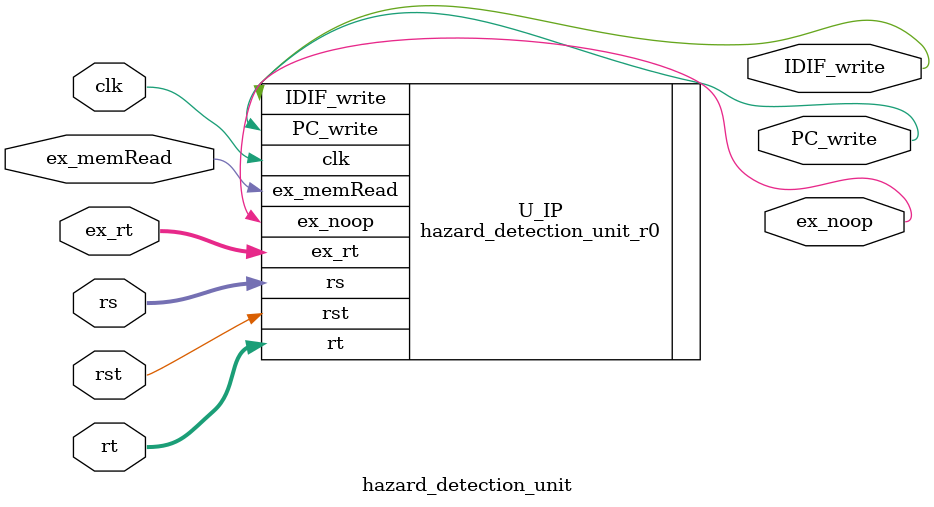
<source format=v>
/*
DESCRIPTION

NOTES

TODO

*/

module hazard_detection_unit #(
	parameter BIT_WIDTH = 32,
	parameter REG_ADDR_WIDTH = 5,
	parameter DELAY = 0,
	parameter ARCH_SEL = 0
)(
  input clk,
	input rst,

	input [REG_ADDR_WIDTH-1:0] rs,
	input [REG_ADDR_WIDTH-1:0] rt,

	input ex_memRead,
	input [REG_ADDR_WIDTH-1:0] ex_rt,

	output PC_write,
  output IDIF_write,
  output ex_noop
);

/**********
 * Internal Signals
**********/

/**********
 * Glue Logic
 **********/
/**********
 * Synchronous Logic
 **********/
/**********
 * Glue Logic
 **********/
/**********
 * Components
 **********/
 	hazard_detection_unit_r0 #(
		.BIT_WIDTH(BIT_WIDTH),
		.REG_ADDR_WIDTH(REG_ADDR_WIDTH),
		.DELAY(DELAY)
	)U_IP(
		.clk(clk),
		.rst(rst),
		.rs(rs),
		.rt(rt),

		.ex_memRead(ex_memRead),
		.ex_rt(ex_rt),

		.PC_write(PC_write),
		.IDIF_write(IDIF_write),
		.ex_noop(ex_noop)
	);

/**********
 * Output Combinatorial Logic
 **********/
endmodule

</source>
